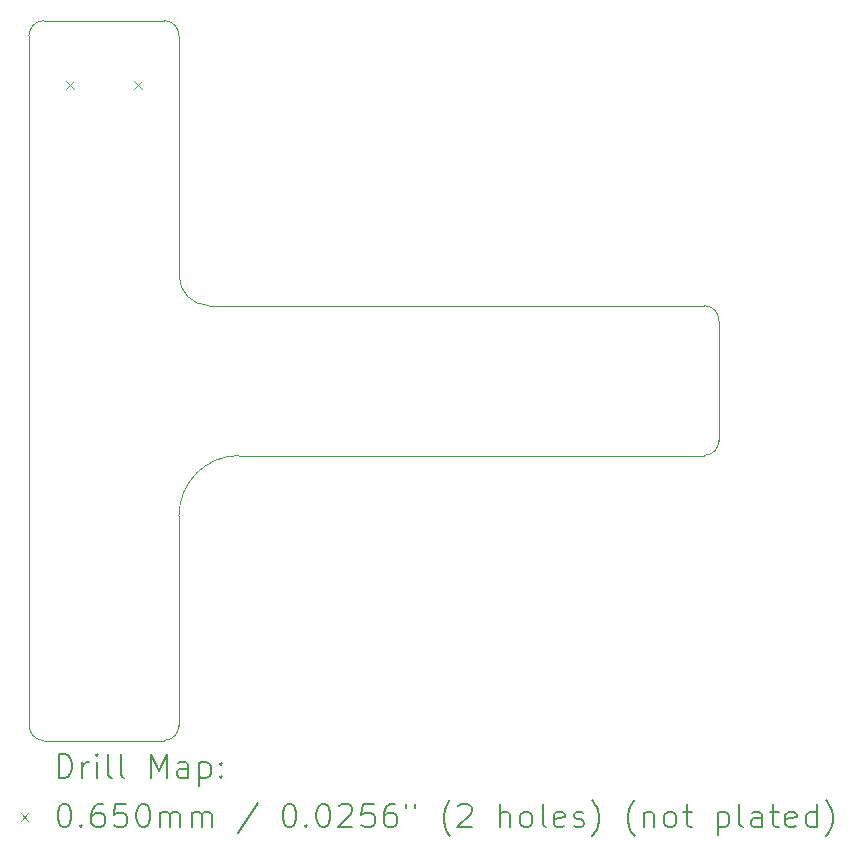
<source format=gbr>
%TF.GenerationSoftware,KiCad,Pcbnew,(6.0.9-0)*%
%TF.CreationDate,2022-12-21T10:04:28+01:00*%
%TF.ProjectId,BluerPill,426c7565-7250-4696-9c6c-2e6b69636164,rev?*%
%TF.SameCoordinates,Original*%
%TF.FileFunction,Drillmap*%
%TF.FilePolarity,Positive*%
%FSLAX45Y45*%
G04 Gerber Fmt 4.5, Leading zero omitted, Abs format (unit mm)*
G04 Created by KiCad (PCBNEW (6.0.9-0)) date 2022-12-21 10:04:28*
%MOMM*%
%LPD*%
G01*
G04 APERTURE LIST*
%ADD10C,0.100000*%
%ADD11C,0.200000*%
%ADD12C,0.065000*%
G04 APERTURE END LIST*
D10*
X9207500Y-11811000D02*
G75*
G03*
X9461500Y-12065000I254000J0D01*
G01*
X13652500Y-13335000D02*
G75*
G03*
X13779500Y-13208000I0J127000D01*
G01*
X8064500Y-9652000D02*
X9080500Y-9652000D01*
X8064500Y-9652000D02*
G75*
G03*
X7937500Y-9779000I0J-127000D01*
G01*
X9461500Y-12065000D02*
X13652500Y-12065000D01*
X13779500Y-12192000D02*
G75*
G03*
X13652500Y-12065000I-127000J0D01*
G01*
X13652500Y-13335000D02*
X9715500Y-13335000D01*
X9207500Y-9779000D02*
G75*
G03*
X9080500Y-9652000I-127000J0D01*
G01*
X13779500Y-12192000D02*
X13779500Y-13208000D01*
X9080500Y-15748000D02*
G75*
G03*
X9207500Y-15621000I0J127000D01*
G01*
X8064500Y-15748000D02*
X9080500Y-15748000D01*
X9207500Y-11811000D02*
X9207500Y-9779000D01*
X9207500Y-13843000D02*
X9207500Y-15621000D01*
X9715500Y-13335000D02*
G75*
G03*
X9207500Y-13843000I0J-508000D01*
G01*
X7937500Y-9779000D02*
X7937500Y-15621000D01*
X7937500Y-15621000D02*
G75*
G03*
X8064500Y-15748000I127000J0D01*
G01*
D11*
D12*
X8251000Y-10165250D02*
X8316000Y-10230250D01*
X8316000Y-10165250D02*
X8251000Y-10230250D01*
X8829000Y-10165250D02*
X8894000Y-10230250D01*
X8894000Y-10165250D02*
X8829000Y-10230250D01*
D11*
X8190119Y-16063476D02*
X8190119Y-15863476D01*
X8237738Y-15863476D01*
X8266309Y-15873000D01*
X8285357Y-15892048D01*
X8294881Y-15911095D01*
X8304405Y-15949190D01*
X8304405Y-15977762D01*
X8294881Y-16015857D01*
X8285357Y-16034905D01*
X8266309Y-16053952D01*
X8237738Y-16063476D01*
X8190119Y-16063476D01*
X8390119Y-16063476D02*
X8390119Y-15930143D01*
X8390119Y-15968238D02*
X8399643Y-15949190D01*
X8409167Y-15939667D01*
X8428214Y-15930143D01*
X8447262Y-15930143D01*
X8513929Y-16063476D02*
X8513929Y-15930143D01*
X8513929Y-15863476D02*
X8504405Y-15873000D01*
X8513929Y-15882524D01*
X8523452Y-15873000D01*
X8513929Y-15863476D01*
X8513929Y-15882524D01*
X8637738Y-16063476D02*
X8618690Y-16053952D01*
X8609167Y-16034905D01*
X8609167Y-15863476D01*
X8742500Y-16063476D02*
X8723452Y-16053952D01*
X8713929Y-16034905D01*
X8713929Y-15863476D01*
X8971071Y-16063476D02*
X8971071Y-15863476D01*
X9037738Y-16006333D01*
X9104405Y-15863476D01*
X9104405Y-16063476D01*
X9285357Y-16063476D02*
X9285357Y-15958714D01*
X9275833Y-15939667D01*
X9256786Y-15930143D01*
X9218690Y-15930143D01*
X9199643Y-15939667D01*
X9285357Y-16053952D02*
X9266310Y-16063476D01*
X9218690Y-16063476D01*
X9199643Y-16053952D01*
X9190119Y-16034905D01*
X9190119Y-16015857D01*
X9199643Y-15996809D01*
X9218690Y-15987286D01*
X9266310Y-15987286D01*
X9285357Y-15977762D01*
X9380595Y-15930143D02*
X9380595Y-16130143D01*
X9380595Y-15939667D02*
X9399643Y-15930143D01*
X9437738Y-15930143D01*
X9456786Y-15939667D01*
X9466310Y-15949190D01*
X9475833Y-15968238D01*
X9475833Y-16025381D01*
X9466310Y-16044428D01*
X9456786Y-16053952D01*
X9437738Y-16063476D01*
X9399643Y-16063476D01*
X9380595Y-16053952D01*
X9561548Y-16044428D02*
X9571071Y-16053952D01*
X9561548Y-16063476D01*
X9552024Y-16053952D01*
X9561548Y-16044428D01*
X9561548Y-16063476D01*
X9561548Y-15939667D02*
X9571071Y-15949190D01*
X9561548Y-15958714D01*
X9552024Y-15949190D01*
X9561548Y-15939667D01*
X9561548Y-15958714D01*
D12*
X7867500Y-16360500D02*
X7932500Y-16425500D01*
X7932500Y-16360500D02*
X7867500Y-16425500D01*
D11*
X8228214Y-16283476D02*
X8247262Y-16283476D01*
X8266309Y-16293000D01*
X8275833Y-16302524D01*
X8285357Y-16321571D01*
X8294881Y-16359667D01*
X8294881Y-16407286D01*
X8285357Y-16445381D01*
X8275833Y-16464428D01*
X8266309Y-16473952D01*
X8247262Y-16483476D01*
X8228214Y-16483476D01*
X8209167Y-16473952D01*
X8199643Y-16464428D01*
X8190119Y-16445381D01*
X8180595Y-16407286D01*
X8180595Y-16359667D01*
X8190119Y-16321571D01*
X8199643Y-16302524D01*
X8209167Y-16293000D01*
X8228214Y-16283476D01*
X8380595Y-16464428D02*
X8390119Y-16473952D01*
X8380595Y-16483476D01*
X8371071Y-16473952D01*
X8380595Y-16464428D01*
X8380595Y-16483476D01*
X8561548Y-16283476D02*
X8523452Y-16283476D01*
X8504405Y-16293000D01*
X8494881Y-16302524D01*
X8475833Y-16331095D01*
X8466310Y-16369190D01*
X8466310Y-16445381D01*
X8475833Y-16464428D01*
X8485357Y-16473952D01*
X8504405Y-16483476D01*
X8542500Y-16483476D01*
X8561548Y-16473952D01*
X8571071Y-16464428D01*
X8580595Y-16445381D01*
X8580595Y-16397762D01*
X8571071Y-16378714D01*
X8561548Y-16369190D01*
X8542500Y-16359667D01*
X8504405Y-16359667D01*
X8485357Y-16369190D01*
X8475833Y-16378714D01*
X8466310Y-16397762D01*
X8761548Y-16283476D02*
X8666310Y-16283476D01*
X8656786Y-16378714D01*
X8666310Y-16369190D01*
X8685357Y-16359667D01*
X8732976Y-16359667D01*
X8752024Y-16369190D01*
X8761548Y-16378714D01*
X8771071Y-16397762D01*
X8771071Y-16445381D01*
X8761548Y-16464428D01*
X8752024Y-16473952D01*
X8732976Y-16483476D01*
X8685357Y-16483476D01*
X8666310Y-16473952D01*
X8656786Y-16464428D01*
X8894881Y-16283476D02*
X8913929Y-16283476D01*
X8932976Y-16293000D01*
X8942500Y-16302524D01*
X8952024Y-16321571D01*
X8961548Y-16359667D01*
X8961548Y-16407286D01*
X8952024Y-16445381D01*
X8942500Y-16464428D01*
X8932976Y-16473952D01*
X8913929Y-16483476D01*
X8894881Y-16483476D01*
X8875833Y-16473952D01*
X8866310Y-16464428D01*
X8856786Y-16445381D01*
X8847262Y-16407286D01*
X8847262Y-16359667D01*
X8856786Y-16321571D01*
X8866310Y-16302524D01*
X8875833Y-16293000D01*
X8894881Y-16283476D01*
X9047262Y-16483476D02*
X9047262Y-16350143D01*
X9047262Y-16369190D02*
X9056786Y-16359667D01*
X9075833Y-16350143D01*
X9104405Y-16350143D01*
X9123452Y-16359667D01*
X9132976Y-16378714D01*
X9132976Y-16483476D01*
X9132976Y-16378714D02*
X9142500Y-16359667D01*
X9161548Y-16350143D01*
X9190119Y-16350143D01*
X9209167Y-16359667D01*
X9218690Y-16378714D01*
X9218690Y-16483476D01*
X9313929Y-16483476D02*
X9313929Y-16350143D01*
X9313929Y-16369190D02*
X9323452Y-16359667D01*
X9342500Y-16350143D01*
X9371071Y-16350143D01*
X9390119Y-16359667D01*
X9399643Y-16378714D01*
X9399643Y-16483476D01*
X9399643Y-16378714D02*
X9409167Y-16359667D01*
X9428214Y-16350143D01*
X9456786Y-16350143D01*
X9475833Y-16359667D01*
X9485357Y-16378714D01*
X9485357Y-16483476D01*
X9875833Y-16273952D02*
X9704405Y-16531095D01*
X10132976Y-16283476D02*
X10152024Y-16283476D01*
X10171071Y-16293000D01*
X10180595Y-16302524D01*
X10190119Y-16321571D01*
X10199643Y-16359667D01*
X10199643Y-16407286D01*
X10190119Y-16445381D01*
X10180595Y-16464428D01*
X10171071Y-16473952D01*
X10152024Y-16483476D01*
X10132976Y-16483476D01*
X10113929Y-16473952D01*
X10104405Y-16464428D01*
X10094881Y-16445381D01*
X10085357Y-16407286D01*
X10085357Y-16359667D01*
X10094881Y-16321571D01*
X10104405Y-16302524D01*
X10113929Y-16293000D01*
X10132976Y-16283476D01*
X10285357Y-16464428D02*
X10294881Y-16473952D01*
X10285357Y-16483476D01*
X10275833Y-16473952D01*
X10285357Y-16464428D01*
X10285357Y-16483476D01*
X10418690Y-16283476D02*
X10437738Y-16283476D01*
X10456786Y-16293000D01*
X10466310Y-16302524D01*
X10475833Y-16321571D01*
X10485357Y-16359667D01*
X10485357Y-16407286D01*
X10475833Y-16445381D01*
X10466310Y-16464428D01*
X10456786Y-16473952D01*
X10437738Y-16483476D01*
X10418690Y-16483476D01*
X10399643Y-16473952D01*
X10390119Y-16464428D01*
X10380595Y-16445381D01*
X10371071Y-16407286D01*
X10371071Y-16359667D01*
X10380595Y-16321571D01*
X10390119Y-16302524D01*
X10399643Y-16293000D01*
X10418690Y-16283476D01*
X10561548Y-16302524D02*
X10571071Y-16293000D01*
X10590119Y-16283476D01*
X10637738Y-16283476D01*
X10656786Y-16293000D01*
X10666310Y-16302524D01*
X10675833Y-16321571D01*
X10675833Y-16340619D01*
X10666310Y-16369190D01*
X10552024Y-16483476D01*
X10675833Y-16483476D01*
X10856786Y-16283476D02*
X10761548Y-16283476D01*
X10752024Y-16378714D01*
X10761548Y-16369190D01*
X10780595Y-16359667D01*
X10828214Y-16359667D01*
X10847262Y-16369190D01*
X10856786Y-16378714D01*
X10866310Y-16397762D01*
X10866310Y-16445381D01*
X10856786Y-16464428D01*
X10847262Y-16473952D01*
X10828214Y-16483476D01*
X10780595Y-16483476D01*
X10761548Y-16473952D01*
X10752024Y-16464428D01*
X11037738Y-16283476D02*
X10999643Y-16283476D01*
X10980595Y-16293000D01*
X10971071Y-16302524D01*
X10952024Y-16331095D01*
X10942500Y-16369190D01*
X10942500Y-16445381D01*
X10952024Y-16464428D01*
X10961548Y-16473952D01*
X10980595Y-16483476D01*
X11018690Y-16483476D01*
X11037738Y-16473952D01*
X11047262Y-16464428D01*
X11056786Y-16445381D01*
X11056786Y-16397762D01*
X11047262Y-16378714D01*
X11037738Y-16369190D01*
X11018690Y-16359667D01*
X10980595Y-16359667D01*
X10961548Y-16369190D01*
X10952024Y-16378714D01*
X10942500Y-16397762D01*
X11132976Y-16283476D02*
X11132976Y-16321571D01*
X11209167Y-16283476D02*
X11209167Y-16321571D01*
X11504405Y-16559667D02*
X11494881Y-16550143D01*
X11475833Y-16521571D01*
X11466309Y-16502524D01*
X11456786Y-16473952D01*
X11447262Y-16426333D01*
X11447262Y-16388238D01*
X11456786Y-16340619D01*
X11466309Y-16312048D01*
X11475833Y-16293000D01*
X11494881Y-16264428D01*
X11504405Y-16254905D01*
X11571071Y-16302524D02*
X11580595Y-16293000D01*
X11599643Y-16283476D01*
X11647262Y-16283476D01*
X11666309Y-16293000D01*
X11675833Y-16302524D01*
X11685357Y-16321571D01*
X11685357Y-16340619D01*
X11675833Y-16369190D01*
X11561548Y-16483476D01*
X11685357Y-16483476D01*
X11923452Y-16483476D02*
X11923452Y-16283476D01*
X12009167Y-16483476D02*
X12009167Y-16378714D01*
X11999643Y-16359667D01*
X11980595Y-16350143D01*
X11952024Y-16350143D01*
X11932976Y-16359667D01*
X11923452Y-16369190D01*
X12132976Y-16483476D02*
X12113928Y-16473952D01*
X12104405Y-16464428D01*
X12094881Y-16445381D01*
X12094881Y-16388238D01*
X12104405Y-16369190D01*
X12113928Y-16359667D01*
X12132976Y-16350143D01*
X12161548Y-16350143D01*
X12180595Y-16359667D01*
X12190119Y-16369190D01*
X12199643Y-16388238D01*
X12199643Y-16445381D01*
X12190119Y-16464428D01*
X12180595Y-16473952D01*
X12161548Y-16483476D01*
X12132976Y-16483476D01*
X12313928Y-16483476D02*
X12294881Y-16473952D01*
X12285357Y-16454905D01*
X12285357Y-16283476D01*
X12466309Y-16473952D02*
X12447262Y-16483476D01*
X12409167Y-16483476D01*
X12390119Y-16473952D01*
X12380595Y-16454905D01*
X12380595Y-16378714D01*
X12390119Y-16359667D01*
X12409167Y-16350143D01*
X12447262Y-16350143D01*
X12466309Y-16359667D01*
X12475833Y-16378714D01*
X12475833Y-16397762D01*
X12380595Y-16416809D01*
X12552024Y-16473952D02*
X12571071Y-16483476D01*
X12609167Y-16483476D01*
X12628214Y-16473952D01*
X12637738Y-16454905D01*
X12637738Y-16445381D01*
X12628214Y-16426333D01*
X12609167Y-16416809D01*
X12580595Y-16416809D01*
X12561548Y-16407286D01*
X12552024Y-16388238D01*
X12552024Y-16378714D01*
X12561548Y-16359667D01*
X12580595Y-16350143D01*
X12609167Y-16350143D01*
X12628214Y-16359667D01*
X12704405Y-16559667D02*
X12713928Y-16550143D01*
X12732976Y-16521571D01*
X12742500Y-16502524D01*
X12752024Y-16473952D01*
X12761548Y-16426333D01*
X12761548Y-16388238D01*
X12752024Y-16340619D01*
X12742500Y-16312048D01*
X12732976Y-16293000D01*
X12713928Y-16264428D01*
X12704405Y-16254905D01*
X13066309Y-16559667D02*
X13056786Y-16550143D01*
X13037738Y-16521571D01*
X13028214Y-16502524D01*
X13018690Y-16473952D01*
X13009167Y-16426333D01*
X13009167Y-16388238D01*
X13018690Y-16340619D01*
X13028214Y-16312048D01*
X13037738Y-16293000D01*
X13056786Y-16264428D01*
X13066309Y-16254905D01*
X13142500Y-16350143D02*
X13142500Y-16483476D01*
X13142500Y-16369190D02*
X13152024Y-16359667D01*
X13171071Y-16350143D01*
X13199643Y-16350143D01*
X13218690Y-16359667D01*
X13228214Y-16378714D01*
X13228214Y-16483476D01*
X13352024Y-16483476D02*
X13332976Y-16473952D01*
X13323452Y-16464428D01*
X13313928Y-16445381D01*
X13313928Y-16388238D01*
X13323452Y-16369190D01*
X13332976Y-16359667D01*
X13352024Y-16350143D01*
X13380595Y-16350143D01*
X13399643Y-16359667D01*
X13409167Y-16369190D01*
X13418690Y-16388238D01*
X13418690Y-16445381D01*
X13409167Y-16464428D01*
X13399643Y-16473952D01*
X13380595Y-16483476D01*
X13352024Y-16483476D01*
X13475833Y-16350143D02*
X13552024Y-16350143D01*
X13504405Y-16283476D02*
X13504405Y-16454905D01*
X13513928Y-16473952D01*
X13532976Y-16483476D01*
X13552024Y-16483476D01*
X13771071Y-16350143D02*
X13771071Y-16550143D01*
X13771071Y-16359667D02*
X13790119Y-16350143D01*
X13828214Y-16350143D01*
X13847262Y-16359667D01*
X13856786Y-16369190D01*
X13866309Y-16388238D01*
X13866309Y-16445381D01*
X13856786Y-16464428D01*
X13847262Y-16473952D01*
X13828214Y-16483476D01*
X13790119Y-16483476D01*
X13771071Y-16473952D01*
X13980595Y-16483476D02*
X13961548Y-16473952D01*
X13952024Y-16454905D01*
X13952024Y-16283476D01*
X14142500Y-16483476D02*
X14142500Y-16378714D01*
X14132976Y-16359667D01*
X14113928Y-16350143D01*
X14075833Y-16350143D01*
X14056786Y-16359667D01*
X14142500Y-16473952D02*
X14123452Y-16483476D01*
X14075833Y-16483476D01*
X14056786Y-16473952D01*
X14047262Y-16454905D01*
X14047262Y-16435857D01*
X14056786Y-16416809D01*
X14075833Y-16407286D01*
X14123452Y-16407286D01*
X14142500Y-16397762D01*
X14209167Y-16350143D02*
X14285357Y-16350143D01*
X14237738Y-16283476D02*
X14237738Y-16454905D01*
X14247262Y-16473952D01*
X14266309Y-16483476D01*
X14285357Y-16483476D01*
X14428214Y-16473952D02*
X14409167Y-16483476D01*
X14371071Y-16483476D01*
X14352024Y-16473952D01*
X14342500Y-16454905D01*
X14342500Y-16378714D01*
X14352024Y-16359667D01*
X14371071Y-16350143D01*
X14409167Y-16350143D01*
X14428214Y-16359667D01*
X14437738Y-16378714D01*
X14437738Y-16397762D01*
X14342500Y-16416809D01*
X14609167Y-16483476D02*
X14609167Y-16283476D01*
X14609167Y-16473952D02*
X14590119Y-16483476D01*
X14552024Y-16483476D01*
X14532976Y-16473952D01*
X14523452Y-16464428D01*
X14513928Y-16445381D01*
X14513928Y-16388238D01*
X14523452Y-16369190D01*
X14532976Y-16359667D01*
X14552024Y-16350143D01*
X14590119Y-16350143D01*
X14609167Y-16359667D01*
X14685357Y-16559667D02*
X14694881Y-16550143D01*
X14713928Y-16521571D01*
X14723452Y-16502524D01*
X14732976Y-16473952D01*
X14742500Y-16426333D01*
X14742500Y-16388238D01*
X14732976Y-16340619D01*
X14723452Y-16312048D01*
X14713928Y-16293000D01*
X14694881Y-16264428D01*
X14685357Y-16254905D01*
M02*

</source>
